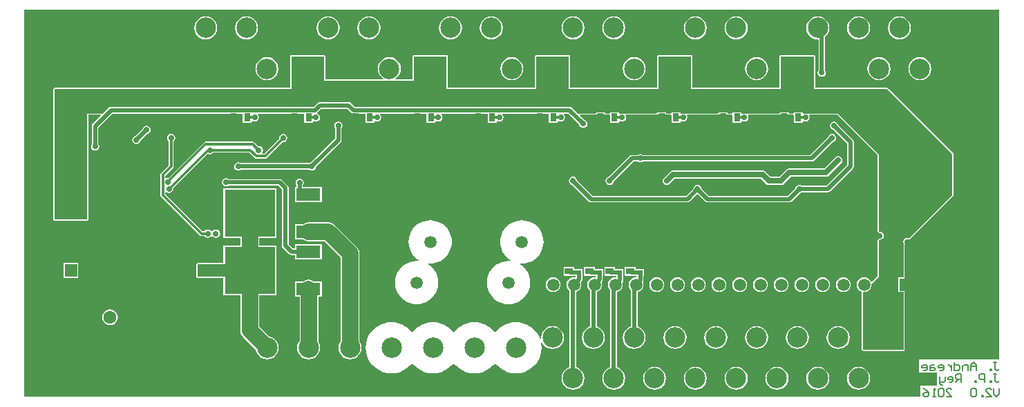
<source format=gbl>
%FSLAX44Y44*%
%MOMM*%
G71*
G01*
G75*
G04 Layer_Physical_Order=2*
G04 Layer_Color=16711680*
%ADD10R,0.6000X0.6000*%
%ADD11R,0.6300X0.8300*%
%ADD12R,5.5000X3.2000*%
%ADD13R,1.0000X1.5000*%
%ADD14R,3.0000X1.6000*%
%ADD15R,6.2000X5.8000*%
%ADD16R,2.7000X1.0000*%
%ADD17R,2.7000X3.3000*%
%ADD18O,2.1500X0.6000*%
%ADD19O,0.7000X2.5000*%
G04:AMPARAMS|DCode=20|XSize=0.6mm|YSize=1.3mm|CornerRadius=0.15mm|HoleSize=0mm|Usage=FLASHONLY|Rotation=180.000|XOffset=0mm|YOffset=0mm|HoleType=Round|Shape=RoundedRectangle|*
%AMROUNDEDRECTD20*
21,1,0.6000,1.0000,0,0,180.0*
21,1,0.3000,1.3000,0,0,180.0*
1,1,0.3000,-0.1500,0.5000*
1,1,0.3000,0.1500,0.5000*
1,1,0.3000,0.1500,-0.5000*
1,1,0.3000,-0.1500,-0.5000*
%
%ADD20ROUNDEDRECTD20*%
%ADD21R,0.6000X0.6000*%
%ADD22R,0.4500X0.6000*%
%ADD23O,1.7000X0.3000*%
%ADD24R,1.1000X0.6000*%
%ADD25R,1.0000X0.8000*%
%ADD26R,0.9000X0.6000*%
%ADD27R,0.6000X1.1000*%
%ADD28R,1.5000X2.1000*%
%ADD29R,0.8300X0.6300*%
%ADD30R,1.5000X1.0000*%
%ADD31R,3.0000X3.7500*%
%ADD32C,1.5000*%
%ADD33C,0.3000*%
%ADD34C,0.5000*%
%ADD35C,1.8000*%
%ADD36C,2.0000*%
%ADD37C,0.7500*%
%ADD38C,1.0000*%
%ADD39C,0.2600*%
%ADD40C,0.2500*%
%ADD41C,1.5000*%
%ADD42R,1.5000X1.5000*%
%ADD43C,2.5000*%
%ADD44C,6.0000*%
%ADD45C,1.6000*%
%ADD46C,0.7000*%
%ADD47R,0.8000X1.0000*%
%ADD48C,0.7000*%
%ADD49C,0.1700*%
G36*
X1197176Y48197D02*
X1099331D01*
Y31800D01*
X1120990D01*
Y15697D01*
X1100997D01*
Y2824D01*
X2824D01*
Y477176D01*
X1197176D01*
Y48197D01*
D02*
G37*
%LPC*%
G36*
X853900Y149078D02*
X851551Y148768D01*
X849361Y147861D01*
X847481Y146419D01*
X846039Y144539D01*
X845132Y142350D01*
X844822Y140000D01*
X845132Y137650D01*
X846039Y135461D01*
X847481Y133581D01*
X849361Y132139D01*
X851551Y131232D01*
X853900Y130922D01*
X856249Y131232D01*
X858439Y132139D01*
X860319Y133581D01*
X861761Y135461D01*
X862668Y137650D01*
X862978Y140000D01*
X862668Y142350D01*
X861761Y144539D01*
X860319Y146419D01*
X858439Y147861D01*
X856249Y148768D01*
X853900Y149078D01*
D02*
G37*
G36*
X879300D02*
X876951Y148768D01*
X874761Y147861D01*
X872881Y146419D01*
X871439Y144539D01*
X870532Y142350D01*
X870222Y140000D01*
X870532Y137650D01*
X871439Y135461D01*
X872881Y133581D01*
X874761Y132139D01*
X876951Y131232D01*
X879300Y130922D01*
X881649Y131232D01*
X883839Y132139D01*
X885719Y133581D01*
X887161Y135461D01*
X888068Y137650D01*
X888378Y140000D01*
X888068Y142350D01*
X887161Y144539D01*
X885719Y146419D01*
X883839Y147861D01*
X881649Y148768D01*
X879300Y149078D01*
D02*
G37*
G36*
X904700D02*
X902350Y148768D01*
X900161Y147861D01*
X898281Y146419D01*
X896839Y144539D01*
X895932Y142350D01*
X895622Y140000D01*
X895932Y137650D01*
X896839Y135461D01*
X898281Y133581D01*
X900161Y132139D01*
X902350Y131232D01*
X904700Y130922D01*
X907049Y131232D01*
X909239Y132139D01*
X911119Y133581D01*
X912561Y135461D01*
X913468Y137650D01*
X913778Y140000D01*
X913468Y142350D01*
X912561Y144539D01*
X911119Y146419D01*
X909239Y147861D01*
X907049Y148768D01*
X904700Y149078D01*
D02*
G37*
G36*
X828500D02*
X826151Y148768D01*
X823961Y147861D01*
X822081Y146419D01*
X820639Y144539D01*
X819732Y142350D01*
X819422Y140000D01*
X819732Y137650D01*
X820639Y135461D01*
X822081Y133581D01*
X823961Y132139D01*
X826151Y131232D01*
X828500Y130922D01*
X830850Y131232D01*
X833039Y132139D01*
X834919Y133581D01*
X836361Y135461D01*
X837268Y137650D01*
X837578Y140000D01*
X837268Y142350D01*
X836361Y144539D01*
X834919Y146419D01*
X833039Y147861D01*
X830850Y148768D01*
X828500Y149078D01*
D02*
G37*
G36*
X650700D02*
X648351Y148768D01*
X646161Y147861D01*
X644281Y146419D01*
X642839Y144539D01*
X641932Y142350D01*
X641622Y140000D01*
X641932Y137650D01*
X642839Y135461D01*
X644281Y133581D01*
X646161Y132139D01*
X648351Y131232D01*
X650700Y130922D01*
X653049Y131232D01*
X655239Y132139D01*
X657119Y133581D01*
X658561Y135461D01*
X659468Y137650D01*
X659778Y140000D01*
X659468Y142350D01*
X658561Y144539D01*
X657119Y146419D01*
X655239Y147861D01*
X653049Y148768D01*
X650700Y149078D01*
D02*
G37*
G36*
X777700D02*
X775350Y148768D01*
X773161Y147861D01*
X771281Y146419D01*
X769839Y144539D01*
X768932Y142350D01*
X768622Y140000D01*
X768932Y137650D01*
X769839Y135461D01*
X771281Y133581D01*
X773161Y132139D01*
X775350Y131232D01*
X777700Y130922D01*
X780050Y131232D01*
X782239Y132139D01*
X784119Y133581D01*
X785562Y135461D01*
X786468Y137650D01*
X786778Y140000D01*
X786468Y142350D01*
X785562Y144539D01*
X784119Y146419D01*
X782239Y147861D01*
X780050Y148768D01*
X777700Y149078D01*
D02*
G37*
G36*
X803100D02*
X800751Y148768D01*
X798561Y147861D01*
X796681Y146419D01*
X795238Y144539D01*
X794332Y142350D01*
X794022Y140000D01*
X794332Y137650D01*
X795238Y135461D01*
X796681Y133581D01*
X798561Y132139D01*
X800751Y131232D01*
X803100Y130922D01*
X805449Y131232D01*
X807639Y132139D01*
X809519Y133581D01*
X810961Y135461D01*
X811868Y137650D01*
X812178Y140000D01*
X811868Y142350D01*
X810961Y144539D01*
X809519Y146419D01*
X807639Y147861D01*
X805449Y148768D01*
X803100Y149078D01*
D02*
G37*
G36*
X930100D02*
X927750Y148768D01*
X925561Y147861D01*
X923681Y146419D01*
X922238Y144539D01*
X921332Y142350D01*
X921022Y140000D01*
X921332Y137650D01*
X922238Y135461D01*
X923681Y133581D01*
X925561Y132139D01*
X927750Y131232D01*
X930100Y130922D01*
X932449Y131232D01*
X934639Y132139D01*
X936519Y133581D01*
X937961Y135461D01*
X938868Y137650D01*
X939178Y140000D01*
X938868Y142350D01*
X937961Y144539D01*
X936519Y146419D01*
X934639Y147861D01*
X932449Y148768D01*
X930100Y149078D01*
D02*
G37*
G36*
X676500Y162000D02*
X663500D01*
Y151000D01*
X671106D01*
X671500Y150922D01*
X677972D01*
X678000Y150847D01*
Y150500D01*
X678000D01*
X678000Y149365D01*
X677467Y148898D01*
X676100Y149078D01*
X673751Y148768D01*
X671561Y147861D01*
X669681Y146419D01*
X668239Y144539D01*
X667332Y142350D01*
X667022Y140000D01*
X667332Y137650D01*
X668239Y135461D01*
X669681Y133581D01*
X670922Y132629D01*
Y38464D01*
X667940Y37229D01*
X665015Y34985D01*
X662771Y32060D01*
X661360Y28655D01*
X660879Y25000D01*
X661360Y21345D01*
X662771Y17940D01*
X665015Y15015D01*
X667940Y12771D01*
X671345Y11360D01*
X675000Y10879D01*
X678655Y11360D01*
X682060Y12771D01*
X684985Y15015D01*
X687229Y17940D01*
X688640Y21345D01*
X689121Y25000D01*
X688640Y28655D01*
X687229Y32060D01*
X684985Y34985D01*
X682060Y37229D01*
X679079Y38464D01*
Y131492D01*
X680639Y132139D01*
X682519Y133581D01*
X683961Y135461D01*
X684868Y137650D01*
X685178Y140000D01*
X684868Y142350D01*
X684678Y142810D01*
X685384Y143516D01*
X685384Y143516D01*
X685975Y144400D01*
X686268Y144839D01*
X686578Y146400D01*
X686578Y146400D01*
Y150500D01*
X687000D01*
Y159500D01*
X678000D01*
Y159078D01*
X676500D01*
Y162000D01*
D02*
G37*
G36*
X701500D02*
X688500D01*
Y151000D01*
X696106D01*
X696500Y150922D01*
X702912D01*
X703000Y150688D01*
Y150500D01*
X703000D01*
X703000Y149418D01*
X702467Y148950D01*
X701500Y149078D01*
X699150Y148768D01*
X696961Y147861D01*
X695081Y146419D01*
X693639Y144539D01*
X692732Y142350D01*
X692422Y140000D01*
X692732Y137650D01*
X693639Y135461D01*
X695081Y133581D01*
X695922Y132936D01*
Y88464D01*
X692940Y87229D01*
X690015Y84985D01*
X687771Y82060D01*
X686360Y78655D01*
X685879Y75000D01*
X686360Y71345D01*
X687771Y67940D01*
X690015Y65015D01*
X692940Y62771D01*
X696345Y61361D01*
X700000Y60879D01*
X703655Y61361D01*
X707060Y62771D01*
X709985Y65015D01*
X712229Y67940D01*
X713640Y71345D01*
X714121Y75000D01*
X713640Y78655D01*
X712229Y82060D01*
X709985Y84985D01*
X707060Y87229D01*
X704079Y88464D01*
Y131327D01*
X706039Y132139D01*
X707919Y133581D01*
X709361Y135461D01*
X710268Y137650D01*
X710578Y140000D01*
X710268Y142350D01*
X710078Y142810D01*
X710384Y143116D01*
X711268Y144439D01*
X711319Y144698D01*
X711578Y146000D01*
X711578Y146000D01*
Y150500D01*
X712000D01*
Y159500D01*
X703000D01*
Y159078D01*
X701500D01*
Y162000D01*
D02*
G37*
G36*
X726500D02*
X713500D01*
Y151000D01*
X721106D01*
X721500Y150922D01*
X727852D01*
X728000Y150528D01*
Y150500D01*
X728000D01*
X728000Y149471D01*
X727467Y149003D01*
X726900Y149078D01*
X724550Y148768D01*
X722361Y147861D01*
X720481Y146419D01*
X719038Y144539D01*
X718132Y142350D01*
X717822Y140000D01*
X718132Y137650D01*
X719038Y135461D01*
X720481Y133581D01*
X720922Y133243D01*
Y38464D01*
X717940Y37229D01*
X715015Y34985D01*
X712771Y32060D01*
X711360Y28655D01*
X710879Y25000D01*
X711360Y21345D01*
X712771Y17940D01*
X715015Y15015D01*
X717940Y12771D01*
X721345Y11360D01*
X725000Y10879D01*
X728655Y11360D01*
X732060Y12771D01*
X734985Y15015D01*
X737229Y17940D01*
X738640Y21345D01*
X739121Y25000D01*
X738640Y28655D01*
X737229Y32060D01*
X734985Y34985D01*
X732060Y37229D01*
X729079Y38464D01*
Y131209D01*
X729249Y131232D01*
X731439Y132139D01*
X733319Y133581D01*
X734761Y135461D01*
X735668Y137650D01*
X735978Y140000D01*
X735668Y142350D01*
X735466Y142839D01*
X736268Y144039D01*
X736319Y144298D01*
X736578Y145600D01*
X736578Y145600D01*
Y150500D01*
X737000D01*
Y159500D01*
X728000D01*
Y159078D01*
X726500D01*
Y162000D01*
D02*
G37*
G36*
X69000Y166500D02*
X51000D01*
Y148500D01*
X69000D01*
Y166500D01*
D02*
G37*
G36*
X955500Y149078D02*
X953150Y148768D01*
X950961Y147861D01*
X949081Y146419D01*
X947638Y144539D01*
X946732Y142350D01*
X946422Y140000D01*
X946732Y137650D01*
X947638Y135461D01*
X949081Y133581D01*
X950961Y132139D01*
X953150Y131232D01*
X955500Y130922D01*
X957850Y131232D01*
X960039Y132139D01*
X961919Y133581D01*
X963361Y135461D01*
X964268Y137650D01*
X964578Y140000D01*
X964268Y142350D01*
X963361Y144539D01*
X961919Y146419D01*
X960039Y147861D01*
X957850Y148768D01*
X955500Y149078D01*
D02*
G37*
G36*
X980900D02*
X978550Y148768D01*
X976361Y147861D01*
X974481Y146419D01*
X973038Y144539D01*
X972132Y142350D01*
X971822Y140000D01*
X972132Y137650D01*
X973038Y135461D01*
X974481Y133581D01*
X976361Y132139D01*
X978550Y131232D01*
X980900Y130922D01*
X983250Y131232D01*
X985439Y132139D01*
X987319Y133581D01*
X988761Y135461D01*
X989668Y137650D01*
X989978Y140000D01*
X989668Y142350D01*
X988761Y144539D01*
X987319Y146419D01*
X985439Y147861D01*
X983250Y148768D01*
X980900Y149078D01*
D02*
G37*
G36*
X1006300D02*
X1003951Y148768D01*
X1001761Y147861D01*
X999881Y146419D01*
X998438Y144539D01*
X997532Y142350D01*
X997222Y140000D01*
X997532Y137650D01*
X998438Y135461D01*
X999881Y133581D01*
X1001761Y132139D01*
X1003951Y131232D01*
X1006300Y130922D01*
X1008650Y131232D01*
X1010839Y132139D01*
X1012719Y133581D01*
X1014161Y135461D01*
X1015068Y137650D01*
X1015378Y140000D01*
X1015068Y142350D01*
X1014161Y144539D01*
X1012719Y146419D01*
X1010839Y147861D01*
X1008650Y148768D01*
X1006300Y149078D01*
D02*
G37*
G36*
X107900Y109582D02*
X105420Y109256D01*
X103109Y108298D01*
X101124Y106776D01*
X99602Y104791D01*
X98645Y102480D01*
X98318Y100000D01*
X98645Y97520D01*
X99602Y95209D01*
X101124Y93225D01*
X103109Y91702D01*
X105420Y90744D01*
X107900Y90418D01*
X110380Y90744D01*
X112691Y91702D01*
X114675Y93225D01*
X116198Y95209D01*
X117155Y97520D01*
X117482Y100000D01*
X117155Y102480D01*
X116198Y104791D01*
X114675Y106776D01*
X112691Y108298D01*
X110380Y109256D01*
X107900Y109582D01*
D02*
G37*
G36*
X975000Y39121D02*
X971345Y38640D01*
X967940Y37229D01*
X965015Y34985D01*
X962771Y32060D01*
X961360Y28655D01*
X960879Y25000D01*
X961360Y21345D01*
X962771Y17940D01*
X965015Y15015D01*
X967940Y12771D01*
X971345Y11360D01*
X975000Y10879D01*
X978655Y11360D01*
X982060Y12771D01*
X984985Y15015D01*
X987229Y17940D01*
X988640Y21345D01*
X989121Y25000D01*
X988640Y28655D01*
X987229Y32060D01*
X984985Y34985D01*
X982060Y37229D01*
X978655Y38640D01*
X975000Y39121D01*
D02*
G37*
G36*
X1025000D02*
X1021345Y38640D01*
X1017940Y37229D01*
X1015015Y34985D01*
X1012771Y32060D01*
X1011360Y28655D01*
X1010879Y25000D01*
X1011360Y21345D01*
X1012771Y17940D01*
X1015015Y15015D01*
X1017940Y12771D01*
X1021345Y11360D01*
X1025000Y10879D01*
X1028655Y11360D01*
X1032060Y12771D01*
X1034985Y15015D01*
X1037229Y17940D01*
X1038640Y21345D01*
X1039121Y25000D01*
X1038640Y28655D01*
X1037229Y32060D01*
X1034985Y34985D01*
X1032060Y37229D01*
X1028655Y38640D01*
X1025000Y39121D01*
D02*
G37*
G36*
X311600Y258000D02*
X246600D01*
Y197000D01*
X267501D01*
Y188000D01*
X246600D01*
Y166624D01*
X215000D01*
X213852Y166148D01*
X213377Y165000D01*
Y150000D01*
X213852Y148852D01*
X215000Y148377D01*
X246600D01*
Y127000D01*
X267501D01*
Y83600D01*
X267501Y83600D01*
X267712Y81993D01*
X267896Y80598D01*
X268575Y78959D01*
X269055Y77800D01*
X270898Y75398D01*
X286425Y59871D01*
X286560Y58845D01*
X287971Y55440D01*
X290215Y52515D01*
X293140Y50271D01*
X296545Y48861D01*
X300200Y48379D01*
X303855Y48861D01*
X307261Y50271D01*
X310185Y52515D01*
X312429Y55440D01*
X313840Y58845D01*
X314321Y62500D01*
X313840Y66155D01*
X312429Y69560D01*
X310185Y72485D01*
X307261Y74729D01*
X303855Y76140D01*
X302829Y76275D01*
X290699Y88405D01*
Y127000D01*
X311600D01*
Y188000D01*
X290699D01*
Y197000D01*
X311600D01*
Y258000D01*
D02*
G37*
G36*
X925000Y39121D02*
X921345Y38640D01*
X917940Y37229D01*
X915015Y34985D01*
X912771Y32060D01*
X911360Y28655D01*
X910879Y25000D01*
X911360Y21345D01*
X912771Y17940D01*
X915015Y15015D01*
X917940Y12771D01*
X921345Y11360D01*
X925000Y10879D01*
X928655Y11360D01*
X932060Y12771D01*
X934985Y15015D01*
X937229Y17940D01*
X938640Y21345D01*
X939121Y25000D01*
X938640Y28655D01*
X937229Y32060D01*
X934985Y34985D01*
X932060Y37229D01*
X928655Y38640D01*
X925000Y39121D01*
D02*
G37*
G36*
X775000D02*
X771345Y38640D01*
X767940Y37229D01*
X765015Y34985D01*
X762771Y32060D01*
X761360Y28655D01*
X760879Y25000D01*
X761360Y21345D01*
X762771Y17940D01*
X765015Y15015D01*
X767940Y12771D01*
X771345Y11360D01*
X775000Y10879D01*
X778655Y11360D01*
X782060Y12771D01*
X784985Y15015D01*
X787229Y17940D01*
X788640Y21345D01*
X789121Y25000D01*
X788640Y28655D01*
X787229Y32060D01*
X784985Y34985D01*
X782060Y37229D01*
X778655Y38640D01*
X775000Y39121D01*
D02*
G37*
G36*
X825000D02*
X821345Y38640D01*
X817940Y37229D01*
X815015Y34985D01*
X812771Y32060D01*
X811360Y28655D01*
X810879Y25000D01*
X811360Y21345D01*
X812771Y17940D01*
X815015Y15015D01*
X817940Y12771D01*
X821345Y11360D01*
X825000Y10879D01*
X828655Y11360D01*
X832060Y12771D01*
X834985Y15015D01*
X837229Y17940D01*
X838640Y21345D01*
X839121Y25000D01*
X838640Y28655D01*
X837229Y32060D01*
X834985Y34985D01*
X832060Y37229D01*
X828655Y38640D01*
X825000Y39121D01*
D02*
G37*
G36*
X875000D02*
X871345Y38640D01*
X867940Y37229D01*
X865015Y34985D01*
X862771Y32060D01*
X861360Y28655D01*
X860879Y25000D01*
X861360Y21345D01*
X862771Y17940D01*
X865015Y15015D01*
X867940Y12771D01*
X871345Y11360D01*
X875000Y10879D01*
X878655Y11360D01*
X882060Y12771D01*
X884985Y15015D01*
X887229Y17940D01*
X888640Y21345D01*
X889121Y25000D01*
X888640Y28655D01*
X887229Y32060D01*
X884985Y34985D01*
X882060Y37229D01*
X878655Y38640D01*
X875000Y39121D01*
D02*
G37*
G36*
X350900Y146239D02*
X347898Y145844D01*
X345101Y144685D01*
X344390Y144140D01*
X334400D01*
Y125140D01*
X340001D01*
Y71163D01*
X338771Y69560D01*
X337360Y66155D01*
X336879Y62500D01*
X337360Y58845D01*
X338771Y55440D01*
X341015Y52515D01*
X343940Y50271D01*
X347345Y48861D01*
X351000Y48379D01*
X354655Y48861D01*
X358060Y50271D01*
X360985Y52515D01*
X363229Y55440D01*
X364640Y58845D01*
X365121Y62500D01*
X364640Y66155D01*
X363229Y69560D01*
X363199Y69599D01*
Y125140D01*
X367400D01*
Y144140D01*
X357410D01*
X356700Y144685D01*
X353902Y145844D01*
X350900Y146239D01*
D02*
G37*
G36*
X950000Y89121D02*
X946345Y88640D01*
X942940Y87229D01*
X940015Y84985D01*
X937771Y82060D01*
X936360Y78655D01*
X935879Y75000D01*
X936360Y71345D01*
X937771Y67940D01*
X940015Y65015D01*
X942940Y62771D01*
X946345Y61361D01*
X950000Y60879D01*
X953655Y61361D01*
X957060Y62771D01*
X959985Y65015D01*
X962229Y67940D01*
X963640Y71345D01*
X964121Y75000D01*
X963640Y78655D01*
X962229Y82060D01*
X959985Y84985D01*
X957060Y87229D01*
X953655Y88640D01*
X950000Y89121D01*
D02*
G37*
G36*
X1000000D02*
X996345Y88640D01*
X992940Y87229D01*
X990015Y84985D01*
X987771Y82060D01*
X986360Y78655D01*
X985879Y75000D01*
X986360Y71345D01*
X987771Y67940D01*
X990015Y65015D01*
X992940Y62771D01*
X996345Y61361D01*
X1000000Y60879D01*
X1003655Y61361D01*
X1007060Y62771D01*
X1009985Y65015D01*
X1012229Y67940D01*
X1013640Y71345D01*
X1014121Y75000D01*
X1013640Y78655D01*
X1012229Y82060D01*
X1009985Y84985D01*
X1007060Y87229D01*
X1003655Y88640D01*
X1000000Y89121D01*
D02*
G37*
G36*
X605000Y94097D02*
X600057Y93708D01*
X595236Y92551D01*
X590655Y90654D01*
X586428Y88063D01*
X582657Y84843D01*
X580235Y82007D01*
X578965D01*
X576543Y84843D01*
X572773Y88063D01*
X568545Y90654D01*
X563964Y92551D01*
X559143Y93708D01*
X554200Y94097D01*
X549257Y93708D01*
X544436Y92551D01*
X539855Y90654D01*
X535628Y88063D01*
X531857Y84843D01*
X529435Y82007D01*
X528165D01*
X525743Y84843D01*
X521973Y88063D01*
X517745Y90654D01*
X513164Y92551D01*
X508343Y93708D01*
X503400Y94097D01*
X498457Y93708D01*
X493636Y92551D01*
X489055Y90654D01*
X484828Y88063D01*
X481057Y84843D01*
X478635Y82007D01*
X477365D01*
X474943Y84843D01*
X471173Y88063D01*
X466945Y90654D01*
X462364Y92551D01*
X457543Y93708D01*
X452600Y94097D01*
X447657Y93708D01*
X442836Y92551D01*
X438255Y90654D01*
X434028Y88063D01*
X430257Y84843D01*
X427037Y81073D01*
X424447Y76845D01*
X422549Y72264D01*
X421392Y67443D01*
X421003Y62500D01*
X421392Y57557D01*
X422549Y52736D01*
X424447Y48155D01*
X427037Y43928D01*
X430257Y40157D01*
X434028Y36937D01*
X438255Y34347D01*
X442836Y32449D01*
X447657Y31292D01*
X452600Y30903D01*
X457543Y31292D01*
X462364Y32449D01*
X466945Y34347D01*
X471173Y36937D01*
X474943Y40157D01*
X477365Y42993D01*
X478635D01*
X481057Y40157D01*
X484828Y36937D01*
X489055Y34347D01*
X493636Y32449D01*
X498457Y31292D01*
X503400Y30903D01*
X508343Y31292D01*
X513164Y32449D01*
X517745Y34347D01*
X521973Y36937D01*
X525743Y40157D01*
X528165Y42993D01*
X529435D01*
X531857Y40157D01*
X535628Y36937D01*
X539855Y34347D01*
X544436Y32449D01*
X549257Y31292D01*
X554200Y30903D01*
X559143Y31292D01*
X563964Y32449D01*
X568545Y34347D01*
X572773Y36937D01*
X576543Y40157D01*
X578965Y42993D01*
X580235D01*
X582657Y40157D01*
X586428Y36937D01*
X590655Y34347D01*
X595236Y32449D01*
X600057Y31292D01*
X605000Y30903D01*
X609943Y31292D01*
X614764Y32449D01*
X619345Y34347D01*
X623573Y36937D01*
X627343Y40157D01*
X630563Y43928D01*
X633154Y48155D01*
X635051Y52736D01*
X636208Y57557D01*
X636598Y62500D01*
X636208Y67443D01*
X635660Y69728D01*
X636868Y70121D01*
X637771Y67940D01*
X640015Y65015D01*
X642940Y62771D01*
X646345Y61361D01*
X650000Y60879D01*
X653655Y61361D01*
X657060Y62771D01*
X659985Y65015D01*
X662229Y67940D01*
X663640Y71345D01*
X664121Y75000D01*
X663640Y78655D01*
X662229Y82060D01*
X659985Y84985D01*
X657060Y87229D01*
X653655Y88640D01*
X650000Y89121D01*
X646345Y88640D01*
X642940Y87229D01*
X640015Y84985D01*
X637771Y82060D01*
X636361Y78655D01*
X635879Y75000D01*
X636158Y72882D01*
X634931Y72553D01*
X633154Y76845D01*
X630563Y81073D01*
X627343Y84843D01*
X623573Y88063D01*
X619345Y90654D01*
X614764Y92551D01*
X609943Y93708D01*
X605000Y94097D01*
D02*
G37*
G36*
X900000Y89121D02*
X896345Y88640D01*
X892940Y87229D01*
X890015Y84985D01*
X887771Y82060D01*
X886360Y78655D01*
X885879Y75000D01*
X886360Y71345D01*
X887771Y67940D01*
X890015Y65015D01*
X892940Y62771D01*
X896345Y61361D01*
X900000Y60879D01*
X903655Y61361D01*
X907060Y62771D01*
X909985Y65015D01*
X912229Y67940D01*
X913640Y71345D01*
X914121Y75000D01*
X913640Y78655D01*
X912229Y82060D01*
X909985Y84985D01*
X907060Y87229D01*
X903655Y88640D01*
X900000Y89121D01*
D02*
G37*
G36*
X375360Y216239D02*
X375360Y216239D01*
X350900D01*
X347898Y215844D01*
X345100Y214685D01*
X344390Y214140D01*
X334400D01*
Y195140D01*
X344390D01*
X345100Y194595D01*
X347898Y193436D01*
X350900Y193041D01*
X370555D01*
X390201Y173395D01*
Y70381D01*
X389571Y69560D01*
X388161Y66155D01*
X387679Y62500D01*
X388161Y58845D01*
X389571Y55440D01*
X391815Y52515D01*
X394740Y50271D01*
X398145Y48861D01*
X401800Y48379D01*
X405455Y48861D01*
X408861Y50271D01*
X411785Y52515D01*
X414029Y55440D01*
X415440Y58845D01*
X415921Y62500D01*
X415440Y66155D01*
X414029Y69560D01*
X413399Y70381D01*
Y178200D01*
X413399Y178200D01*
X413004Y181202D01*
X411845Y184000D01*
X410002Y186402D01*
X410002Y186402D01*
X383562Y212842D01*
X381160Y214685D01*
X378362Y215844D01*
X375360Y216239D01*
D02*
G37*
G36*
X800000Y89121D02*
X796345Y88640D01*
X792940Y87229D01*
X790015Y84985D01*
X787771Y82060D01*
X786360Y78655D01*
X785879Y75000D01*
X786360Y71345D01*
X787771Y67940D01*
X790015Y65015D01*
X792940Y62771D01*
X796345Y61361D01*
X800000Y60879D01*
X803655Y61361D01*
X807060Y62771D01*
X809985Y65015D01*
X812229Y67940D01*
X813640Y71345D01*
X814121Y75000D01*
X813640Y78655D01*
X812229Y82060D01*
X809985Y84985D01*
X807060Y87229D01*
X803655Y88640D01*
X800000Y89121D01*
D02*
G37*
G36*
X850000D02*
X846345Y88640D01*
X842940Y87229D01*
X840015Y84985D01*
X837771Y82060D01*
X836360Y78655D01*
X835879Y75000D01*
X836360Y71345D01*
X837771Y67940D01*
X840015Y65015D01*
X842940Y62771D01*
X846345Y61361D01*
X850000Y60879D01*
X853655Y61361D01*
X857060Y62771D01*
X859985Y65015D01*
X862229Y67940D01*
X863640Y71345D01*
X864121Y75000D01*
X863640Y78655D01*
X862229Y82060D01*
X859985Y84985D01*
X857060Y87229D01*
X853655Y88640D01*
X850000Y89121D01*
D02*
G37*
G36*
X751500Y162000D02*
X738500D01*
Y151000D01*
X746106D01*
X746500Y150922D01*
X752792D01*
X753000Y150369D01*
X753000Y149523D01*
X752467Y149056D01*
X752300Y149078D01*
X749950Y148768D01*
X747761Y147861D01*
X745881Y146419D01*
X744438Y144539D01*
X743532Y142350D01*
X743222Y140000D01*
X743532Y137650D01*
X744438Y135461D01*
X745881Y133581D01*
X745922Y133550D01*
Y88464D01*
X742940Y87229D01*
X740015Y84985D01*
X737771Y82060D01*
X736360Y78655D01*
X735879Y75000D01*
X736360Y71345D01*
X737771Y67940D01*
X740015Y65015D01*
X742940Y62771D01*
X746345Y61361D01*
X750000Y60879D01*
X753655Y61361D01*
X757060Y62771D01*
X759985Y65015D01*
X762229Y67940D01*
X763640Y71345D01*
X764121Y75000D01*
X763640Y78655D01*
X762229Y82060D01*
X759985Y84985D01*
X757060Y87229D01*
X754079Y88464D01*
Y131157D01*
X754650Y131232D01*
X756839Y132139D01*
X758719Y133581D01*
X760161Y135461D01*
X761068Y137650D01*
X761378Y140000D01*
X761068Y142350D01*
X760815Y142961D01*
X761268Y143639D01*
X761319Y143898D01*
X761578Y145200D01*
X761578Y145200D01*
Y150500D01*
X762000D01*
Y159500D01*
X753000D01*
Y159078D01*
X751500D01*
Y162000D01*
D02*
G37*
G36*
X275000Y469121D02*
X271345Y468640D01*
X267940Y467229D01*
X265015Y464985D01*
X262771Y462061D01*
X261360Y458655D01*
X260879Y455000D01*
X261360Y451345D01*
X262771Y447940D01*
X265015Y445015D01*
X267940Y442771D01*
X271345Y441361D01*
X275000Y440879D01*
X278655Y441361D01*
X282061Y442771D01*
X284985Y445015D01*
X287229Y447940D01*
X288640Y451345D01*
X289121Y455000D01*
X288640Y458655D01*
X287229Y462061D01*
X284985Y464985D01*
X282061Y467229D01*
X278655Y468640D01*
X275000Y469121D01*
D02*
G37*
G36*
X225000D02*
X221345Y468640D01*
X217940Y467229D01*
X215015Y464985D01*
X212771Y462061D01*
X211360Y458655D01*
X210879Y455000D01*
X211360Y451345D01*
X212771Y447940D01*
X215015Y445015D01*
X217940Y442771D01*
X221345Y441361D01*
X225000Y440879D01*
X228655Y441361D01*
X232061Y442771D01*
X234985Y445015D01*
X237229Y447940D01*
X238640Y451345D01*
X239121Y455000D01*
X238640Y458655D01*
X237229Y462061D01*
X234985Y464985D01*
X232061Y467229D01*
X228655Y468640D01*
X225000Y469121D01*
D02*
G37*
G36*
X425000D02*
X421345Y468640D01*
X417940Y467229D01*
X415015Y464985D01*
X412771Y462061D01*
X411361Y458655D01*
X410879Y455000D01*
X411361Y451345D01*
X412771Y447940D01*
X415015Y445015D01*
X417940Y442771D01*
X421345Y441361D01*
X425000Y440879D01*
X428655Y441361D01*
X432061Y442771D01*
X434985Y445015D01*
X437229Y447940D01*
X438640Y451345D01*
X439121Y455000D01*
X438640Y458655D01*
X437229Y462061D01*
X434985Y464985D01*
X432061Y467229D01*
X428655Y468640D01*
X425000Y469121D01*
D02*
G37*
G36*
X375000D02*
X371345Y468640D01*
X367940Y467229D01*
X365015Y464985D01*
X362771Y462061D01*
X361361Y458655D01*
X360879Y455000D01*
X361361Y451345D01*
X362771Y447940D01*
X365015Y445015D01*
X367940Y442771D01*
X371345Y441361D01*
X375000Y440879D01*
X378655Y441361D01*
X382061Y442771D01*
X384985Y445015D01*
X387229Y447940D01*
X388640Y451345D01*
X389121Y455000D01*
X388640Y458655D01*
X387229Y462061D01*
X384985Y464985D01*
X382061Y467229D01*
X378655Y468640D01*
X375000Y469121D01*
D02*
G37*
G36*
X1050000Y419121D02*
X1046345Y418640D01*
X1042940Y417229D01*
X1040015Y414985D01*
X1037771Y412061D01*
X1036360Y408655D01*
X1035879Y405000D01*
X1036360Y401345D01*
X1037771Y397940D01*
X1040015Y395015D01*
X1042940Y392771D01*
X1046345Y391361D01*
X1050000Y390879D01*
X1053655Y391361D01*
X1057060Y392771D01*
X1059985Y395015D01*
X1062229Y397940D01*
X1063640Y401345D01*
X1064121Y405000D01*
X1063640Y408655D01*
X1062229Y412061D01*
X1059985Y414985D01*
X1057060Y417229D01*
X1053655Y418640D01*
X1050000Y419121D01*
D02*
G37*
G36*
X900000D02*
X896346Y418640D01*
X892940Y417229D01*
X890015Y414985D01*
X887771Y412061D01*
X886360Y408655D01*
X885879Y405000D01*
X886360Y401345D01*
X887771Y397940D01*
X890015Y395015D01*
X892940Y392771D01*
X896346Y391361D01*
X900000Y390879D01*
X903655Y391361D01*
X907061Y392771D01*
X909985Y395015D01*
X912229Y397940D01*
X913640Y401345D01*
X914121Y405000D01*
X913640Y408655D01*
X912229Y412061D01*
X909985Y414985D01*
X907061Y417229D01*
X903655Y418640D01*
X900000Y419121D01*
D02*
G37*
G36*
X975000Y469121D02*
X971345Y468640D01*
X967940Y467229D01*
X965015Y464985D01*
X962771Y462061D01*
X961360Y458655D01*
X960879Y455000D01*
X961360Y451345D01*
X962771Y447940D01*
X965015Y445015D01*
X967940Y442771D01*
X971345Y441361D01*
X975000Y440879D01*
X975922Y440071D01*
Y402896D01*
X975290Y401951D01*
X974902Y400000D01*
X975290Y398049D01*
X976395Y396395D01*
X978049Y395290D01*
X980000Y394902D01*
X981951Y395290D01*
X983605Y396395D01*
X984710Y398049D01*
X985098Y400000D01*
X984710Y401951D01*
X984079Y402896D01*
Y444319D01*
X984985Y445015D01*
X987229Y447940D01*
X988640Y451345D01*
X989121Y455000D01*
X988640Y458655D01*
X987229Y462061D01*
X984985Y464985D01*
X982060Y467229D01*
X978655Y468640D01*
X975000Y469121D01*
D02*
G37*
G36*
X1100000Y419121D02*
X1096345Y418640D01*
X1092940Y417229D01*
X1090015Y414985D01*
X1087771Y412061D01*
X1086360Y408655D01*
X1085879Y405000D01*
X1086360Y401345D01*
X1087771Y397940D01*
X1090015Y395015D01*
X1092940Y392771D01*
X1096345Y391361D01*
X1100000Y390879D01*
X1103655Y391361D01*
X1107060Y392771D01*
X1109985Y395015D01*
X1112229Y397940D01*
X1113640Y401345D01*
X1114121Y405000D01*
X1113640Y408655D01*
X1112229Y412061D01*
X1109985Y414985D01*
X1107060Y417229D01*
X1103655Y418640D01*
X1100000Y419121D01*
D02*
G37*
G36*
X875000Y469121D02*
X871345Y468640D01*
X867940Y467229D01*
X865015Y464985D01*
X862771Y462061D01*
X861360Y458655D01*
X860879Y455000D01*
X861360Y451345D01*
X862771Y447940D01*
X865015Y445015D01*
X867940Y442771D01*
X871345Y441361D01*
X875000Y440879D01*
X878655Y441361D01*
X882060Y442771D01*
X884985Y445015D01*
X887229Y447940D01*
X888640Y451345D01*
X889121Y455000D01*
X888640Y458655D01*
X887229Y462061D01*
X884985Y464985D01*
X882060Y467229D01*
X878655Y468640D01*
X875000Y469121D01*
D02*
G37*
G36*
X825000D02*
X821345Y468640D01*
X817940Y467229D01*
X815015Y464985D01*
X812771Y462061D01*
X811360Y458655D01*
X810879Y455000D01*
X811360Y451345D01*
X812771Y447940D01*
X815015Y445015D01*
X817940Y442771D01*
X821345Y441361D01*
X825000Y440879D01*
X828655Y441361D01*
X832060Y442771D01*
X834985Y445015D01*
X837229Y447940D01*
X838640Y451345D01*
X839121Y455000D01*
X838640Y458655D01*
X837229Y462061D01*
X834985Y464985D01*
X832060Y467229D01*
X828655Y468640D01*
X825000Y469121D01*
D02*
G37*
G36*
X1075000D02*
X1071345Y468640D01*
X1067940Y467229D01*
X1065015Y464985D01*
X1062771Y462061D01*
X1061360Y458655D01*
X1060879Y455000D01*
X1061360Y451345D01*
X1062771Y447940D01*
X1065015Y445015D01*
X1067940Y442771D01*
X1071345Y441361D01*
X1075000Y440879D01*
X1078655Y441361D01*
X1082060Y442771D01*
X1084985Y445015D01*
X1087229Y447940D01*
X1088640Y451345D01*
X1089121Y455000D01*
X1088640Y458655D01*
X1087229Y462061D01*
X1084985Y464985D01*
X1082060Y467229D01*
X1078655Y468640D01*
X1075000Y469121D01*
D02*
G37*
G36*
X1025000D02*
X1021345Y468640D01*
X1017940Y467229D01*
X1015015Y464985D01*
X1012771Y462061D01*
X1011360Y458655D01*
X1010879Y455000D01*
X1011360Y451345D01*
X1012771Y447940D01*
X1015015Y445015D01*
X1017940Y442771D01*
X1021345Y441361D01*
X1025000Y440879D01*
X1028655Y441361D01*
X1032060Y442771D01*
X1034985Y445015D01*
X1037229Y447940D01*
X1038640Y451345D01*
X1039121Y455000D01*
X1038640Y458655D01*
X1037229Y462061D01*
X1034985Y464985D01*
X1032060Y467229D01*
X1028655Y468640D01*
X1025000Y469121D01*
D02*
G37*
G36*
X575000D02*
X571345Y468640D01*
X567940Y467229D01*
X565015Y464985D01*
X562771Y462061D01*
X561361Y458655D01*
X560879Y455000D01*
X561361Y451345D01*
X562771Y447940D01*
X565015Y445015D01*
X567940Y442771D01*
X571345Y441361D01*
X575000Y440879D01*
X578655Y441361D01*
X582061Y442771D01*
X584985Y445015D01*
X587229Y447940D01*
X588640Y451345D01*
X589121Y455000D01*
X588640Y458655D01*
X587229Y462061D01*
X584985Y464985D01*
X582061Y467229D01*
X578655Y468640D01*
X575000Y469121D01*
D02*
G37*
G36*
X525000D02*
X521345Y468640D01*
X517940Y467229D01*
X515015Y464985D01*
X512771Y462061D01*
X511361Y458655D01*
X510879Y455000D01*
X511361Y451345D01*
X512771Y447940D01*
X515015Y445015D01*
X517940Y442771D01*
X521345Y441361D01*
X525000Y440879D01*
X528655Y441361D01*
X532061Y442771D01*
X534985Y445015D01*
X537229Y447940D01*
X538640Y451345D01*
X539121Y455000D01*
X538640Y458655D01*
X537229Y462061D01*
X534985Y464985D01*
X532061Y467229D01*
X528655Y468640D01*
X525000Y469121D01*
D02*
G37*
G36*
X725000D02*
X721345Y468640D01*
X717940Y467229D01*
X715015Y464985D01*
X712771Y462061D01*
X711360Y458655D01*
X710879Y455000D01*
X711360Y451345D01*
X712771Y447940D01*
X715015Y445015D01*
X717940Y442771D01*
X721345Y441361D01*
X725000Y440879D01*
X728655Y441361D01*
X732060Y442771D01*
X734985Y445015D01*
X737229Y447940D01*
X738640Y451345D01*
X739121Y455000D01*
X738640Y458655D01*
X737229Y462061D01*
X734985Y464985D01*
X732060Y467229D01*
X728655Y468640D01*
X725000Y469121D01*
D02*
G37*
G36*
X675000D02*
X671345Y468640D01*
X667940Y467229D01*
X665015Y464985D01*
X662771Y462061D01*
X661360Y458655D01*
X660879Y455000D01*
X661360Y451345D01*
X662771Y447940D01*
X665015Y445015D01*
X667940Y442771D01*
X671345Y441361D01*
X675000Y440879D01*
X678655Y441361D01*
X682060Y442771D01*
X684985Y445015D01*
X687229Y447940D01*
X688640Y451345D01*
X689121Y455000D01*
X688640Y458655D01*
X687229Y462061D01*
X684985Y464985D01*
X682060Y467229D01*
X678655Y468640D01*
X675000Y469121D01*
D02*
G37*
G36*
X995000Y340098D02*
X993049Y339710D01*
X991395Y338605D01*
X990290Y336951D01*
X989902Y335000D01*
X990290Y333049D01*
X991395Y331395D01*
X993049Y330290D01*
X994164Y330068D01*
X1010922Y313311D01*
Y286689D01*
X985811Y261579D01*
X955396D01*
X954451Y262210D01*
X952500Y262598D01*
X950549Y262210D01*
X948895Y261105D01*
X947790Y259451D01*
X947569Y258336D01*
X938311Y249079D01*
X841689D01*
X832432Y258336D01*
X832210Y259451D01*
X831105Y261105D01*
X829451Y262210D01*
X827500Y262598D01*
X825549Y262210D01*
X823895Y261105D01*
X822790Y259451D01*
X822569Y258336D01*
X813311Y249079D01*
X699189D01*
X679932Y268336D01*
X679710Y269451D01*
X678605Y271105D01*
X676951Y272210D01*
X675000Y272598D01*
X673049Y272210D01*
X671395Y271105D01*
X670290Y269451D01*
X669902Y267500D01*
X670290Y265549D01*
X671395Y263895D01*
X673049Y262790D01*
X674164Y262568D01*
X694616Y242116D01*
X694616Y242116D01*
X695500Y241526D01*
X695939Y241232D01*
X697500Y240922D01*
X697500Y240922D01*
X815000D01*
X815000Y240922D01*
X816302Y241181D01*
X816561Y241232D01*
X817884Y242116D01*
X826865Y251097D01*
X828135D01*
X837116Y242116D01*
X837116Y242116D01*
X838439Y241232D01*
X840000Y240922D01*
X940000D01*
X940000Y240922D01*
X941302Y241181D01*
X941561Y241232D01*
X942884Y242116D01*
X953336Y252568D01*
X954451Y252790D01*
X955396Y253422D01*
X987500D01*
X987500Y253422D01*
X988802Y253681D01*
X989061Y253732D01*
X990384Y254616D01*
X1017884Y282116D01*
X1017884Y282116D01*
X1018768Y283439D01*
X1019079Y285000D01*
Y315000D01*
X1018768Y316561D01*
X1017884Y317884D01*
X1017884Y317884D01*
X999932Y335836D01*
X999710Y336951D01*
X998605Y338605D01*
X996951Y339710D01*
X995000Y340098D01*
D02*
G37*
G36*
X1000000Y297598D02*
X998049Y297210D01*
X996395Y296105D01*
X982888Y282598D01*
X940000D01*
X938049Y282210D01*
X936395Y281105D01*
X927888Y272598D01*
X917112D01*
X911105Y278605D01*
X909451Y279710D01*
X907500Y280098D01*
X797500D01*
X795549Y279710D01*
X793895Y278605D01*
X786395Y271105D01*
X785290Y269451D01*
X784902Y267500D01*
X785290Y265549D01*
X786395Y263895D01*
X788049Y262790D01*
X790000Y262402D01*
X791951Y262790D01*
X793605Y263895D01*
X799612Y269902D01*
X905388D01*
X911395Y263895D01*
X913049Y262790D01*
X915000Y262402D01*
X930000D01*
X931951Y262790D01*
X933605Y263895D01*
X942112Y272402D01*
X985000D01*
X986951Y272790D01*
X988605Y273895D01*
X1003605Y288895D01*
X1004710Y290549D01*
X1005098Y292500D01*
X1004710Y294451D01*
X1003605Y296105D01*
X1001951Y297210D01*
X1000000Y297598D01*
D02*
G37*
G36*
X387500Y340098D02*
X385549Y339710D01*
X383895Y338605D01*
X382790Y336951D01*
X382402Y335000D01*
X382790Y333049D01*
X383422Y332104D01*
Y319189D01*
X354164Y289932D01*
X353049Y289710D01*
X352104Y289079D01*
X267896D01*
X266951Y289710D01*
X265000Y290098D01*
X263049Y289710D01*
X261395Y288605D01*
X260290Y286951D01*
X259902Y285000D01*
X260290Y283049D01*
X261395Y281395D01*
X263049Y280290D01*
X265000Y279902D01*
X266951Y280290D01*
X267896Y280922D01*
X352104D01*
X353049Y280290D01*
X355000Y279902D01*
X356951Y280290D01*
X358605Y281395D01*
X359710Y283049D01*
X359932Y284164D01*
X390384Y314616D01*
X390384Y314616D01*
X391268Y315939D01*
X391320Y316198D01*
X391578Y317500D01*
X391578Y317500D01*
Y332104D01*
X392210Y333049D01*
X392598Y335000D01*
X392210Y336951D01*
X391105Y338605D01*
X389451Y339710D01*
X387500Y340098D01*
D02*
G37*
G36*
X340000Y270098D02*
X338049Y269710D01*
X336395Y268605D01*
X335290Y266951D01*
X334902Y265000D01*
X335290Y263049D01*
X335922Y262104D01*
Y259860D01*
X334400D01*
Y240860D01*
X367400D01*
Y259860D01*
X344078D01*
Y262104D01*
X344710Y263049D01*
X345098Y265000D01*
X344710Y266951D01*
X343605Y268605D01*
X341951Y269710D01*
X340000Y270098D01*
D02*
G37*
G36*
X500000Y219082D02*
X495842Y218755D01*
X491786Y217781D01*
X487932Y216185D01*
X484376Y214005D01*
X481204Y211296D01*
X478495Y208125D01*
X476315Y204568D01*
X474719Y200714D01*
X473745Y196658D01*
X473418Y192500D01*
X473745Y188342D01*
X474719Y184286D01*
X476315Y180432D01*
X478495Y176876D01*
X481204Y173704D01*
X484376Y170995D01*
X485767Y170142D01*
X485374Y168934D01*
X483500Y169082D01*
X479342Y168755D01*
X475286Y167781D01*
X471432Y166185D01*
X467876Y164005D01*
X464704Y161296D01*
X461995Y158125D01*
X459815Y154568D01*
X458219Y150714D01*
X457245Y146658D01*
X456918Y142500D01*
X457245Y138342D01*
X458219Y134286D01*
X459815Y130432D01*
X461995Y126876D01*
X464704Y123704D01*
X467876Y120995D01*
X471432Y118815D01*
X475286Y117219D01*
X479342Y116245D01*
X483500Y115918D01*
X487659Y116245D01*
X491714Y117219D01*
X495568Y118815D01*
X499125Y120995D01*
X502296Y123704D01*
X505005Y126876D01*
X507185Y130432D01*
X508781Y134286D01*
X509755Y138342D01*
X510082Y142500D01*
X509755Y146658D01*
X508781Y150714D01*
X507185Y154568D01*
X505005Y158125D01*
X502296Y161296D01*
X499125Y164005D01*
X497733Y164858D01*
X498126Y166066D01*
X500000Y165918D01*
X504159Y166245D01*
X508214Y167219D01*
X512068Y168815D01*
X515625Y170995D01*
X518796Y173704D01*
X521505Y176876D01*
X523685Y180432D01*
X525281Y184286D01*
X526255Y188342D01*
X526582Y192500D01*
X526255Y196658D01*
X525281Y200714D01*
X523685Y204568D01*
X521505Y208125D01*
X518796Y211296D01*
X515625Y214005D01*
X512068Y216185D01*
X508214Y217781D01*
X504159Y218755D01*
X500000Y219082D01*
D02*
G37*
G36*
X612500D02*
X608342Y218755D01*
X604286Y217781D01*
X600432Y216185D01*
X596876Y214005D01*
X593704Y211296D01*
X590995Y208125D01*
X588815Y204568D01*
X587219Y200714D01*
X586245Y196658D01*
X585918Y192500D01*
X586245Y188342D01*
X587219Y184286D01*
X588815Y180432D01*
X590995Y176876D01*
X593704Y173704D01*
X596876Y170995D01*
X598267Y170142D01*
X597874Y168934D01*
X596000Y169082D01*
X591842Y168755D01*
X587786Y167781D01*
X583932Y166185D01*
X580376Y164005D01*
X577204Y161296D01*
X574495Y158125D01*
X572315Y154568D01*
X570719Y150714D01*
X569745Y146658D01*
X569418Y142500D01*
X569745Y138342D01*
X570719Y134286D01*
X572315Y130432D01*
X574495Y126876D01*
X577204Y123704D01*
X580376Y120995D01*
X583932Y118815D01*
X587786Y117219D01*
X591842Y116245D01*
X596000Y115918D01*
X600159Y116245D01*
X604214Y117219D01*
X608068Y118815D01*
X611625Y120995D01*
X614796Y123704D01*
X617505Y126876D01*
X619685Y130432D01*
X621281Y134286D01*
X622255Y138342D01*
X622582Y142500D01*
X622255Y146658D01*
X621281Y150714D01*
X619685Y154568D01*
X617505Y158125D01*
X614796Y161296D01*
X611625Y164005D01*
X610233Y164858D01*
X610626Y166066D01*
X612500Y165918D01*
X616659Y166245D01*
X620714Y167219D01*
X624568Y168815D01*
X628125Y170995D01*
X631296Y173704D01*
X634005Y176876D01*
X636185Y180432D01*
X637781Y184286D01*
X638755Y188342D01*
X639082Y192500D01*
X638755Y196658D01*
X637781Y200714D01*
X636185Y204568D01*
X634005Y208125D01*
X631296Y211296D01*
X628125Y214005D01*
X624568Y216185D01*
X620714Y217781D01*
X616659Y218755D01*
X612500Y219082D01*
D02*
G37*
G36*
X250000Y270598D02*
X248049Y270210D01*
X246395Y269105D01*
X245290Y267451D01*
X244902Y265500D01*
X245290Y263549D01*
X246395Y261895D01*
X248049Y260790D01*
X250000Y260402D01*
X251951Y260790D01*
X252896Y261422D01*
X314061D01*
X318422Y257061D01*
Y187750D01*
X318422Y187750D01*
X318681Y186448D01*
X318732Y186189D01*
X319616Y184866D01*
X327006Y177476D01*
X327006Y177476D01*
X328329Y176592D01*
X328588Y176541D01*
X329890Y176282D01*
X329890Y176282D01*
X334400D01*
Y170860D01*
X367400D01*
Y189860D01*
X334400D01*
Y184438D01*
X331579D01*
X326578Y189439D01*
Y258750D01*
X326578Y258750D01*
X326268Y260311D01*
X325384Y261634D01*
X318634Y268384D01*
X317311Y269268D01*
X317052Y269319D01*
X315750Y269578D01*
X315750Y269578D01*
X252896D01*
X251951Y270210D01*
X250000Y270598D01*
D02*
G37*
G36*
X992500Y325098D02*
X990549Y324710D01*
X988895Y323605D01*
X987790Y321951D01*
X987569Y320836D01*
X965811Y299079D01*
X760396D01*
X759451Y299710D01*
X757500Y300098D01*
X755549Y299710D01*
X754604Y299079D01*
X747500D01*
X745939Y298768D01*
X744616Y297884D01*
X744616Y297884D01*
X719164Y272432D01*
X718049Y272210D01*
X716395Y271105D01*
X715290Y269451D01*
X714902Y267500D01*
X715290Y265549D01*
X716395Y263895D01*
X718049Y262790D01*
X720000Y262402D01*
X721951Y262790D01*
X723605Y263895D01*
X724710Y265549D01*
X724932Y266664D01*
X749189Y290922D01*
X754604D01*
X755549Y290290D01*
X757500Y289902D01*
X759451Y290290D01*
X760396Y290922D01*
X967500D01*
X967500Y290922D01*
X968802Y291181D01*
X969061Y291232D01*
X970384Y292116D01*
X993336Y315068D01*
X994451Y315290D01*
X996105Y316395D01*
X997210Y318049D01*
X997598Y320000D01*
X997210Y321951D01*
X996105Y323605D01*
X994451Y324710D01*
X992500Y325098D01*
D02*
G37*
G36*
X300000Y419121D02*
X296345Y418640D01*
X292940Y417229D01*
X290015Y414985D01*
X287771Y412061D01*
X286360Y408655D01*
X285879Y405000D01*
X286360Y401345D01*
X287771Y397940D01*
X290015Y395015D01*
X292940Y392771D01*
X296345Y391361D01*
X300000Y390879D01*
X303655Y391361D01*
X307061Y392771D01*
X309985Y395015D01*
X312229Y397940D01*
X313640Y401345D01*
X314121Y405000D01*
X313640Y408655D01*
X312229Y412061D01*
X309985Y414985D01*
X307061Y417229D01*
X303655Y418640D01*
X300000Y419121D01*
D02*
G37*
G36*
X600000D02*
X596345Y418640D01*
X592940Y417229D01*
X590015Y414985D01*
X587771Y412061D01*
X586361Y408655D01*
X585879Y405000D01*
X586361Y401345D01*
X587771Y397940D01*
X590015Y395015D01*
X592940Y392771D01*
X596345Y391361D01*
X600000Y390879D01*
X603655Y391361D01*
X607061Y392771D01*
X609985Y395015D01*
X612229Y397940D01*
X613640Y401345D01*
X614121Y405000D01*
X613640Y408655D01*
X612229Y412061D01*
X609985Y414985D01*
X607061Y417229D01*
X603655Y418640D01*
X600000Y419121D01*
D02*
G37*
G36*
X750000D02*
X746345Y418640D01*
X742940Y417229D01*
X740015Y414985D01*
X737771Y412061D01*
X736360Y408655D01*
X735879Y405000D01*
X736360Y401345D01*
X737771Y397940D01*
X740015Y395015D01*
X742940Y392771D01*
X746345Y391361D01*
X750000Y390879D01*
X753655Y391361D01*
X757060Y392771D01*
X759985Y395015D01*
X762229Y397940D01*
X763640Y401345D01*
X764121Y405000D01*
X763640Y408655D01*
X762229Y412061D01*
X759985Y414985D01*
X757060Y417229D01*
X753655Y418640D01*
X750000Y419121D01*
D02*
G37*
G36*
X970000Y421624D02*
X930000D01*
X928852Y421148D01*
X928376Y420000D01*
Y381624D01*
X821624D01*
Y420000D01*
X821148Y421148D01*
X820000Y421624D01*
X780000D01*
X778852Y421148D01*
X778376Y420000D01*
Y381624D01*
X671624D01*
Y420000D01*
X671148Y421148D01*
X670000Y421624D01*
X630000D01*
X628852Y421148D01*
X628377Y420000D01*
Y381624D01*
X521624D01*
Y420000D01*
X521148Y421148D01*
X520000Y421624D01*
X480000D01*
X478852Y421148D01*
X478377Y420000D01*
Y391624D01*
X457541D01*
X457132Y392826D01*
X459985Y395015D01*
X462229Y397940D01*
X463640Y401345D01*
X464121Y405000D01*
X463640Y408655D01*
X462229Y412061D01*
X459985Y414985D01*
X457061Y417229D01*
X453655Y418640D01*
X450000Y419121D01*
X446345Y418640D01*
X442940Y417229D01*
X440015Y414985D01*
X437771Y412061D01*
X436361Y408655D01*
X435879Y405000D01*
X436361Y401345D01*
X437771Y397940D01*
X440015Y395015D01*
X442868Y392826D01*
X442460Y391624D01*
X371624D01*
Y420000D01*
X371148Y421148D01*
X370000Y421624D01*
X330000D01*
X328852Y421148D01*
X328377Y420000D01*
Y381624D01*
X40000D01*
X38852Y381148D01*
X38377Y380000D01*
Y220000D01*
X38852Y218852D01*
X40000Y218377D01*
X80000D01*
X81148Y218852D01*
X81624Y220000D01*
Y348377D01*
X95949D01*
X96435Y347203D01*
X86616Y337384D01*
X85732Y336061D01*
X85681Y335802D01*
X85422Y334500D01*
X85422Y334500D01*
Y312396D01*
X84790Y311451D01*
X84402Y309500D01*
X84790Y307549D01*
X85895Y305895D01*
X87549Y304790D01*
X89500Y304402D01*
X91451Y304790D01*
X93105Y305895D01*
X94210Y307549D01*
X94598Y309500D01*
X94210Y311451D01*
X93579Y312396D01*
Y332811D01*
X110689Y349922D01*
X270500D01*
Y338500D01*
X281500D01*
Y339978D01*
X282620Y340577D01*
X283049Y340290D01*
X285000Y339902D01*
X286951Y340290D01*
X288605Y341395D01*
X289710Y343049D01*
X290098Y345000D01*
X289710Y346951D01*
X288605Y348605D01*
X288453Y348706D01*
X288822Y349922D01*
X345500D01*
Y338500D01*
X356500D01*
Y339978D01*
X357620Y340577D01*
X358049Y340290D01*
X360000Y339902D01*
X361951Y340290D01*
X363605Y341395D01*
X364710Y343049D01*
X365098Y345000D01*
X364710Y346951D01*
X363605Y348605D01*
X361951Y349710D01*
X361905Y349719D01*
X361657Y350965D01*
X361884Y351116D01*
X366689Y355922D01*
X398311D01*
X403116Y351116D01*
X403116Y351116D01*
X404001Y350525D01*
X404440Y350232D01*
X406000Y349922D01*
X406000Y349922D01*
X420500D01*
Y338500D01*
X431500D01*
Y339978D01*
X432620Y340577D01*
X433049Y340290D01*
X435000Y339902D01*
X436951Y340290D01*
X438605Y341395D01*
X439710Y343049D01*
X440098Y345000D01*
X439710Y346951D01*
X438605Y348605D01*
X438453Y348706D01*
X438822Y349922D01*
X495500D01*
Y338500D01*
X506500D01*
Y339978D01*
X507620Y340577D01*
X508049Y340290D01*
X510000Y339902D01*
X511951Y340290D01*
X513605Y341395D01*
X514710Y343049D01*
X515098Y345000D01*
X514710Y346951D01*
X513605Y348605D01*
X513453Y348706D01*
X513822Y349922D01*
X570500D01*
Y338500D01*
X581500D01*
Y339978D01*
X582620Y340577D01*
X583049Y340290D01*
X585000Y339902D01*
X586951Y340290D01*
X588605Y341395D01*
X589710Y343049D01*
X590098Y345000D01*
X589710Y346951D01*
X588605Y348605D01*
X588453Y348706D01*
X588822Y349922D01*
X645500D01*
Y338500D01*
X656500D01*
Y339978D01*
X657620Y340577D01*
X658049Y340290D01*
X660000Y339902D01*
X661951Y340290D01*
X663605Y341395D01*
X664710Y343049D01*
X665098Y345000D01*
X664710Y346951D01*
X663605Y348605D01*
X663453Y348706D01*
X663822Y349922D01*
X669311D01*
X682569Y336664D01*
X682790Y335549D01*
X683895Y333895D01*
X685549Y332790D01*
X687500Y332402D01*
X689451Y332790D01*
X691105Y333895D01*
X692210Y335549D01*
X692598Y337500D01*
X692210Y339451D01*
X691105Y341105D01*
X689451Y342210D01*
X688336Y342432D01*
X683565Y347203D01*
X684051Y348377D01*
X702602Y348377D01*
X703750Y348852D01*
X704648Y349750D01*
X704701Y349877D01*
X712928D01*
X713352Y348852D01*
X714500Y348377D01*
X719602D01*
X720500Y347776D01*
Y338500D01*
X731500D01*
Y339978D01*
X732620Y340577D01*
X733049Y340290D01*
X735000Y339902D01*
X736951Y340290D01*
X738605Y341395D01*
X739710Y343049D01*
X740098Y345000D01*
X739710Y346951D01*
X739506Y347256D01*
X740105Y348377D01*
X777602D01*
X778750Y348852D01*
X779648Y349750D01*
X779701Y349877D01*
X787928D01*
X788352Y348852D01*
X789500Y348377D01*
X794602D01*
X795500Y347776D01*
Y338500D01*
X806500D01*
Y339978D01*
X807620Y340577D01*
X808049Y340290D01*
X810000Y339902D01*
X811951Y340290D01*
X813605Y341395D01*
X814710Y343049D01*
X815098Y345000D01*
X814710Y346951D01*
X814506Y347256D01*
X815105Y348377D01*
X852602D01*
X853750Y348852D01*
X854648Y349750D01*
X854701Y349877D01*
X862928D01*
X863352Y348852D01*
X864500Y348377D01*
X869602D01*
X870500Y347776D01*
Y338500D01*
X881500D01*
Y339978D01*
X882620Y340577D01*
X883049Y340290D01*
X885000Y339902D01*
X886951Y340290D01*
X888605Y341395D01*
X889710Y343049D01*
X890098Y345000D01*
X889710Y346951D01*
X889506Y347256D01*
X890105Y348377D01*
X927602D01*
X928750Y348852D01*
X929648Y349750D01*
X929701Y349877D01*
X937928D01*
X938352Y348852D01*
X939500Y348377D01*
X944602D01*
X945500Y347776D01*
Y338500D01*
X956500D01*
Y339978D01*
X957620Y340577D01*
X958049Y340290D01*
X960000Y339902D01*
X961951Y340290D01*
X963605Y341395D01*
X964710Y343049D01*
X965098Y345000D01*
X964710Y346951D01*
X964506Y347256D01*
X965105Y348377D01*
X999328D01*
X1048377Y299328D01*
X1048377Y205713D01*
X1048409Y205635D01*
X1048384Y205554D01*
X1048643Y205071D01*
X1048852Y204565D01*
X1048930Y204533D01*
X1048970Y204458D01*
X1049720Y203843D01*
X1050102Y203727D01*
X1050433Y203506D01*
X1052067Y203181D01*
X1053184Y202434D01*
X1053931Y201317D01*
X1054193Y200000D01*
X1053931Y198683D01*
X1053184Y197566D01*
X1052067Y196819D01*
X1050433Y196495D01*
X1050102Y196273D01*
X1049720Y196157D01*
X1048970Y195542D01*
X1048930Y195467D01*
X1048852Y195435D01*
X1048643Y194929D01*
X1048384Y194446D01*
X1048409Y194365D01*
X1048377Y194287D01*
Y150673D01*
X1041155Y143451D01*
X1039909Y143699D01*
X1039561Y144539D01*
X1038119Y146419D01*
X1036239Y147861D01*
X1034049Y148768D01*
X1031700Y149078D01*
X1029351Y148768D01*
X1027161Y147861D01*
X1025281Y146419D01*
X1023839Y144539D01*
X1022932Y142350D01*
X1022622Y140000D01*
X1022932Y137650D01*
X1023839Y135461D01*
X1025281Y133581D01*
X1027161Y132139D01*
X1028125Y131739D01*
X1028611Y130566D01*
X1028574Y130476D01*
X1028377Y130000D01*
Y130000D01*
D01*
X1028376Y60898D01*
X1028852Y59750D01*
X1029750Y58852D01*
X1030898Y58376D01*
X1080000D01*
X1081148Y58852D01*
X1081624Y60000D01*
Y131000D01*
X1081148Y132148D01*
X1080000Y132624D01*
X1075124D01*
Y147376D01*
X1080000D01*
X1081148Y147852D01*
X1081624Y149000D01*
Y189443D01*
X1081723Y189683D01*
X1081986Y190077D01*
X1081954Y190240D01*
X1082018Y190394D01*
X1081863Y190767D01*
X1081883Y190866D01*
X1081558Y192500D01*
X1081820Y193818D01*
X1082566Y194934D01*
X1083683Y195681D01*
X1085000Y195943D01*
X1086634Y195618D01*
X1086733Y195637D01*
X1087106Y195483D01*
X1087260Y195546D01*
X1087423Y195514D01*
X1087817Y195777D01*
X1088254Y195958D01*
X1141148Y248852D01*
X1141624Y250000D01*
Y300000D01*
X1141148Y301148D01*
X1061148Y381148D01*
X1060000Y381624D01*
X971624D01*
Y420000D01*
X971148Y421148D01*
X970000Y421624D01*
D02*
G37*
G36*
X152500Y335098D02*
X150549Y334710D01*
X148895Y333605D01*
X147790Y331951D01*
X147569Y330836D01*
X139164Y322432D01*
X138049Y322210D01*
X136395Y321105D01*
X135290Y319451D01*
X134902Y317500D01*
X135290Y315549D01*
X136395Y313895D01*
X138049Y312790D01*
X140000Y312402D01*
X141951Y312790D01*
X143605Y313895D01*
X144710Y315549D01*
X144932Y316664D01*
X153336Y325069D01*
X154451Y325290D01*
X156105Y326395D01*
X157210Y328049D01*
X157598Y330000D01*
X157210Y331951D01*
X156105Y333605D01*
X154451Y334710D01*
X152500Y335098D01*
D02*
G37*
G36*
X182500Y325098D02*
X180549Y324710D01*
X178895Y323605D01*
X177790Y321951D01*
X177402Y320000D01*
X177790Y318049D01*
X178895Y316395D01*
X179441Y316031D01*
Y286267D01*
X170337Y277163D01*
X169674Y276171D01*
X169441Y275000D01*
X169441Y275000D01*
Y250000D01*
X169441Y250000D01*
X169674Y248830D01*
X170337Y247837D01*
X217837Y200337D01*
X217837Y200337D01*
X218830Y199674D01*
X220000Y199441D01*
X220000Y199441D01*
X223531D01*
X223895Y198895D01*
X225549Y197790D01*
X227500Y197402D01*
X229451Y197790D01*
X231105Y198895D01*
X231865Y200033D01*
X233135D01*
X233895Y198895D01*
X235549Y197790D01*
X237500Y197402D01*
X239451Y197790D01*
X241105Y198895D01*
X242210Y200549D01*
X242598Y202500D01*
X242210Y204451D01*
X241105Y206105D01*
X239451Y207210D01*
X237500Y207598D01*
X235549Y207210D01*
X233895Y206105D01*
X233135Y204967D01*
X231865D01*
X231105Y206105D01*
X229451Y207210D01*
X227500Y207598D01*
X225549Y207210D01*
X223895Y206105D01*
X223531Y205559D01*
X221267D01*
X175559Y251267D01*
Y253107D01*
X176679Y253706D01*
X178049Y252790D01*
X180000Y252402D01*
X181951Y252790D01*
X183605Y253895D01*
X184710Y255549D01*
X185098Y257500D01*
X185012Y257933D01*
X227642Y300563D01*
X228049Y300290D01*
X230000Y299902D01*
X231951Y300290D01*
X233605Y301395D01*
X233970Y301941D01*
X278480D01*
X284834Y295587D01*
X284834Y295587D01*
X285827Y294924D01*
X286997Y294691D01*
X286997Y294691D01*
X297750D01*
X297750Y294691D01*
X298921Y294924D01*
X299913Y295587D01*
X319356Y315030D01*
X320000Y314902D01*
X321951Y315290D01*
X323605Y316395D01*
X324710Y318049D01*
X325098Y320000D01*
X324710Y321951D01*
X323605Y323605D01*
X321951Y324710D01*
X320000Y325098D01*
X318049Y324710D01*
X316395Y323605D01*
X315290Y321951D01*
X314902Y320000D01*
X315030Y319356D01*
X296483Y300809D01*
X294560D01*
X293962Y301929D01*
X294710Y303049D01*
X295098Y305000D01*
X294710Y306951D01*
X293605Y308605D01*
X291951Y309710D01*
X290000Y310098D01*
X289356Y309970D01*
X284913Y314413D01*
X283921Y315076D01*
X282750Y315309D01*
X282750Y315309D01*
X224750D01*
X223580Y315076D01*
X222587Y314413D01*
X222587Y314413D01*
X179227Y271053D01*
X179000Y271098D01*
X177049Y270710D01*
X176679Y270463D01*
X175559Y271061D01*
Y273733D01*
X184663Y282837D01*
X185326Y283830D01*
X185559Y285000D01*
X185559Y285000D01*
Y316031D01*
X186105Y316395D01*
X187210Y318049D01*
X187598Y320000D01*
X187210Y321951D01*
X186105Y323605D01*
X184451Y324710D01*
X182500Y325098D01*
D02*
G37*
%LPD*%
G36*
X270000Y150000D02*
X215000D01*
Y165000D01*
X270000D01*
Y150000D01*
D02*
G37*
G36*
X970000Y380000D02*
X1060000D01*
X1140000Y300000D01*
Y250000D01*
X1087106Y197106D01*
X1086951Y197210D01*
X1085000Y197598D01*
X1083049Y197210D01*
X1081395Y196105D01*
X1080290Y194451D01*
X1079902Y192500D01*
X1080290Y190549D01*
X1080394Y190394D01*
X1080000Y190000D01*
Y149000D01*
X1073500D01*
Y131000D01*
X1080000D01*
Y60000D01*
X1030898D01*
X1030000Y60898D01*
X1030000Y130000D01*
X1031013Y131013D01*
X1031700Y130922D01*
X1034049Y131232D01*
X1036239Y132139D01*
X1038119Y133581D01*
X1039561Y135461D01*
X1040468Y137650D01*
X1040778Y140000D01*
X1040687Y140687D01*
X1050000Y150000D01*
Y194287D01*
X1050750Y194902D01*
X1052701Y195290D01*
X1054355Y196395D01*
X1055460Y198049D01*
X1055848Y200000D01*
X1055460Y201951D01*
X1054355Y203605D01*
X1052701Y204710D01*
X1050750Y205098D01*
X1050000Y205713D01*
X1050000Y300000D01*
X1000000Y350000D01*
X960493D01*
X960000Y350098D01*
X959507Y350000D01*
X956500D01*
Y351500D01*
X945500D01*
Y350898D01*
X944602Y350000D01*
X939500D01*
Y351500D01*
X928500D01*
Y350898D01*
X927602Y350000D01*
X885493D01*
X885000Y350098D01*
X884507Y350000D01*
X881500D01*
Y351500D01*
X870500D01*
Y350898D01*
X869602Y350000D01*
X864500D01*
Y351500D01*
X853500D01*
Y350898D01*
X852602Y350000D01*
X810493D01*
X810000Y350098D01*
X809507Y350000D01*
X806500D01*
Y351500D01*
X795500D01*
Y350898D01*
X794602Y350000D01*
X789500D01*
Y351500D01*
X778500D01*
Y350898D01*
X777602Y350000D01*
X735493D01*
X735000Y350098D01*
X734507Y350000D01*
X731500D01*
Y351500D01*
X720500D01*
Y350898D01*
X719602Y350000D01*
X714500D01*
Y351500D01*
X703500D01*
Y350898D01*
X702602Y350000D01*
X680768Y350000D01*
X673884Y356884D01*
X672561Y357768D01*
X672302Y357819D01*
X671000Y358078D01*
X671000Y358078D01*
X407690D01*
X402884Y362884D01*
X401561Y363768D01*
X401302Y363820D01*
X400000Y364078D01*
X400000Y364078D01*
X365000D01*
X365000Y364078D01*
X363439Y363768D01*
X363000Y363475D01*
X362116Y362884D01*
X362116Y362884D01*
X357311Y358078D01*
X109000D01*
X107439Y357768D01*
X106116Y356884D01*
X99232Y350000D01*
X80000D01*
Y220000D01*
X40000D01*
Y380000D01*
X330000D01*
Y420000D01*
X370000D01*
Y390000D01*
X480000D01*
Y420000D01*
X520000D01*
Y380000D01*
X630000D01*
Y420000D01*
X670000D01*
Y380000D01*
X780000D01*
Y420000D01*
X820000D01*
Y380000D01*
X930000D01*
Y420000D01*
X970000D01*
Y380000D01*
D02*
G37*
D14*
X350900Y250360D02*
D03*
Y204640D02*
D03*
X350900Y180360D02*
D03*
Y134640D02*
D03*
D15*
X279100Y227500D02*
D03*
X279100Y157500D02*
D03*
D21*
X757500Y155000D02*
D03*
Y165000D02*
D03*
X682500Y155000D02*
D03*
Y165000D02*
D03*
X707500Y155000D02*
D03*
Y165000D02*
D03*
X732500Y155000D02*
D03*
Y165000D02*
D03*
D25*
X745000Y156500D02*
D03*
Y173500D02*
D03*
X670000Y156500D02*
D03*
X670000Y173500D02*
D03*
X695000Y156500D02*
D03*
Y173500D02*
D03*
X720000Y156500D02*
D03*
X720000Y173500D02*
D03*
D33*
X178750Y266250D02*
X224750Y312250D01*
X297750Y297750D02*
X320000Y320000D01*
X182500Y285000D02*
Y320000D01*
X172500Y275000D02*
X182500Y285000D01*
X172500Y250000D02*
Y275000D01*
X951000Y345000D02*
X960000D01*
X876000Y345000D02*
X885000D01*
X801000D02*
X810000D01*
X726000D02*
X735000D01*
X651000D02*
X660000D01*
X576000D02*
X585000D01*
X501000D02*
X510000D01*
X426000D02*
X435000D01*
X351000D02*
X360000D01*
X276000D02*
X285000D01*
X224750Y312250D02*
X282750D01*
X290000Y305000D01*
X180000Y257500D02*
X180253D01*
X227753Y305000D01*
X279747D02*
X286997Y297750D01*
X297750D01*
X227753Y305000D02*
X230000D01*
X279747D01*
X172500Y250000D02*
X220000Y202500D01*
X227500D01*
D34*
X250250Y265250D02*
X250500Y265500D01*
X250000Y265000D02*
X250250Y265250D01*
X340000Y250360D02*
Y265000D01*
Y250000D02*
Y250360D01*
X757500Y295000D02*
X967500D01*
X747500D02*
X757500D01*
X675000Y138900D02*
X676100Y140000D01*
X675000Y25000D02*
Y138900D01*
X700000Y75000D02*
Y138500D01*
X725000Y25000D02*
Y138100D01*
X750000Y75000D02*
Y137700D01*
X752300Y140000D02*
X757500Y145200D01*
X750000Y137700D02*
X752300Y140000D01*
X757500Y145200D02*
Y155000D01*
X726900Y140000D02*
X732500Y145600D01*
X725000Y138100D02*
X726900Y140000D01*
X732500Y145600D02*
Y155000D01*
X701500Y140000D02*
X707500Y146000D01*
X700000Y138500D02*
X701500Y140000D01*
X707500Y146000D02*
Y155000D01*
X676100Y140000D02*
X682500Y146400D01*
Y155000D01*
X329890Y180360D02*
X350900D01*
X322500Y187750D02*
X329890Y180360D01*
X322500Y187750D02*
Y258750D01*
X315750Y265500D02*
X322500Y258750D01*
X250500Y265500D02*
X315750D01*
X671000Y354000D02*
X687500Y337500D01*
X406000Y354000D02*
X671000D01*
X400000Y360000D02*
X406000Y354000D01*
X359000D02*
X365000Y360000D01*
X109000Y354000D02*
X359000D01*
X89500Y334500D02*
X109000Y354000D01*
X250000Y265000D02*
Y265500D01*
X975000Y455000D02*
X980000Y450000D01*
Y400000D02*
Y450000D01*
X987500Y257500D02*
X1015000Y285000D01*
X967500Y295000D02*
X992500Y320000D01*
X675000Y267500D02*
X697500Y245000D01*
X815000D01*
X827500Y257500D01*
X952500D02*
X987500D01*
X827500D02*
X840000Y245000D01*
X940000D01*
X952500Y257500D01*
X140000Y317500D02*
X152500Y330000D01*
X365000Y360000D02*
X400000D01*
X687500Y337500D02*
Y337500D01*
X89500Y309500D02*
Y334500D01*
X720000Y267500D02*
X747500Y295000D01*
X387500Y317500D02*
Y335000D01*
X355000Y285000D02*
X387500Y317500D01*
X265000Y285000D02*
X355000D01*
X340000Y250000D02*
X342140Y247860D01*
X746500Y155000D02*
X757500D01*
X671500D02*
X682500D01*
X696500Y155000D02*
X707500D01*
X721500Y155000D02*
X732500D01*
X995000Y335000D02*
X995000D01*
X1015000Y315000D01*
Y285000D02*
Y315000D01*
D36*
X351600Y62500D02*
Y133940D01*
X401800Y62500D02*
Y178200D01*
X375360Y204640D02*
X401800Y178200D01*
X350900Y204640D02*
X375360D01*
X279100Y83600D02*
X300200Y62500D01*
X279100Y83600D02*
Y157500D01*
X350900Y134640D02*
X351600Y133940D01*
X279100Y157500D02*
Y225000D01*
D41*
X650700Y140000D02*
D03*
X676100D02*
D03*
X701500D02*
D03*
X726900D02*
D03*
X752300D02*
D03*
X777700D02*
D03*
X803100D02*
D03*
X828500D02*
D03*
X853900D02*
D03*
X879300D02*
D03*
X904700D02*
D03*
X930100D02*
D03*
X955500D02*
D03*
X980900D02*
D03*
X1006300D02*
D03*
X1031700D02*
D03*
X1057100D02*
D03*
X483500Y142500D02*
D03*
X500000Y192500D02*
D03*
X596000Y142500D02*
D03*
X612500Y192500D02*
D03*
X25000Y240000D02*
D03*
Y157500D02*
D03*
D42*
X1082500Y140000D02*
D03*
X60000Y240000D02*
D03*
Y157500D02*
D03*
D43*
X925000Y25000D02*
D03*
X900000Y75000D02*
D03*
X975000Y25000D02*
D03*
X950000Y75000D02*
D03*
X1000000D02*
D03*
X1025000Y25000D02*
D03*
X1050000Y75000D02*
D03*
X1075000Y25000D02*
D03*
X850000Y75000D02*
D03*
X875000Y25000D02*
D03*
X800000Y75000D02*
D03*
X825000Y25000D02*
D03*
X750000Y75000D02*
D03*
X775000Y25000D02*
D03*
X700000Y75000D02*
D03*
X725000Y25000D02*
D03*
X675000D02*
D03*
X650000Y75000D02*
D03*
X351000Y62500D02*
D03*
X401800D02*
D03*
X452600D02*
D03*
X503400D02*
D03*
X554200D02*
D03*
X605000D02*
D03*
X300200D02*
D03*
X249400D02*
D03*
X1100000Y405000D02*
D03*
X1075000Y455000D02*
D03*
X1050000Y405000D02*
D03*
X1025000Y455000D02*
D03*
X1000000Y405000D02*
D03*
X975000Y455000D02*
D03*
X950000Y405000D02*
D03*
X925000Y455000D02*
D03*
X900000Y405000D02*
D03*
X875000Y455000D02*
D03*
X850000Y405000D02*
D03*
X825000Y455000D02*
D03*
X800000Y405000D02*
D03*
X775000Y455000D02*
D03*
X750000Y405000D02*
D03*
X725000Y455000D02*
D03*
X675000D02*
D03*
X700000Y405000D02*
D03*
X650000Y405000D02*
D03*
X625000Y455000D02*
D03*
X575000D02*
D03*
X600000Y405000D02*
D03*
X525000Y455000D02*
D03*
X550000Y405000D02*
D03*
X475000Y455000D02*
D03*
X500000Y405000D02*
D03*
X425000Y455000D02*
D03*
X450000Y405000D02*
D03*
X225000Y455000D02*
D03*
X250000Y405000D02*
D03*
X275000Y455000D02*
D03*
X300000Y405000D02*
D03*
X350000D02*
D03*
X325000Y455000D02*
D03*
X400000Y405000D02*
D03*
X375000Y455000D02*
D03*
D44*
X1150000Y80000D02*
D03*
Y430000D02*
D03*
X50000D02*
D03*
Y50000D02*
D03*
D45*
X82500Y100000D02*
D03*
X107900D02*
D03*
D46*
X295000Y192500D02*
D03*
X250000Y277000D02*
D03*
Y265500D02*
D03*
X227500Y285000D02*
D03*
X320000Y300000D02*
D03*
X980000Y400000D02*
D03*
X1000000Y292500D02*
D03*
X992500Y320000D02*
D03*
X995000Y335000D02*
D03*
X952500Y257500D02*
D03*
X827500D02*
D03*
X675000Y267500D02*
D03*
X152500Y330000D02*
D03*
X140000Y317500D02*
D03*
X687500Y337500D02*
D03*
X757500Y295000D02*
D03*
X89500Y309500D02*
D03*
X720000Y267500D02*
D03*
X185000Y345000D02*
D03*
X202500Y327500D02*
D03*
X292500D02*
D03*
X957500Y307500D02*
D03*
X807500D02*
D03*
X657500D02*
D03*
X507500D02*
D03*
X432500D02*
D03*
X432500Y240000D02*
D03*
X545000D02*
D03*
X653500Y162500D02*
D03*
X767500Y162500D02*
D03*
X952500Y212500D02*
D03*
X892500Y162500D02*
D03*
X1007500Y240000D02*
D03*
X1050750Y200000D02*
D03*
X1135000Y317500D02*
D03*
X1142500Y305000D02*
D03*
X702500Y257500D02*
D03*
X812500D02*
D03*
X937500D02*
D03*
X1085000Y192500D02*
D03*
X212500Y145000D02*
D03*
X170000Y290000D02*
D03*
X107500Y307500D02*
D03*
X140000Y262500D02*
D03*
X915000Y267500D02*
D03*
X790000D02*
D03*
X387500Y335000D02*
D03*
X1075000Y227500D02*
D03*
X1067500Y215000D02*
D03*
X1075000Y192500D02*
D03*
X1130000Y292500D02*
D03*
X1120000D02*
D03*
X1110000D02*
D03*
X1130000Y270000D02*
D03*
X1120000D02*
D03*
X1110000D02*
D03*
X960000Y345000D02*
D03*
X885000D02*
D03*
X810000D02*
D03*
X735000D02*
D03*
X660000D02*
D03*
X585000D02*
D03*
X510000D02*
D03*
X435000D02*
D03*
X360000D02*
D03*
X285000D02*
D03*
X265000Y285000D02*
D03*
X355000D02*
D03*
X340000Y277250D02*
D03*
X179000Y266000D02*
D03*
X180000Y257500D02*
D03*
X230000Y305000D02*
D03*
X290000D02*
D03*
X340000Y265000D02*
D03*
X232500Y157500D02*
D03*
X240000D02*
D03*
X237500Y202500D02*
D03*
X227500D02*
D03*
X182500Y320000D02*
D03*
X320000Y320000D02*
D03*
X225000Y225000D02*
D03*
X117500Y250000D02*
D03*
X182500Y230000D02*
D03*
X17500Y307500D02*
D03*
X20000Y352500D02*
D03*
X520000Y287500D02*
D03*
X470000Y282500D02*
D03*
X625000Y297500D02*
D03*
X627500Y257500D02*
D03*
X655000Y207500D02*
D03*
X815000Y215000D02*
D03*
X1040000Y390000D02*
D03*
D47*
X876000Y345000D02*
D03*
X859000D02*
D03*
X951000Y345000D02*
D03*
X934000D02*
D03*
X576000Y345000D02*
D03*
X559000D02*
D03*
X651000D02*
D03*
X634000D02*
D03*
X726000D02*
D03*
X709000D02*
D03*
X801000D02*
D03*
X784000D02*
D03*
X351000D02*
D03*
X334000D02*
D03*
X501000D02*
D03*
X484000D02*
D03*
X426000D02*
D03*
X409000D02*
D03*
X276000D02*
D03*
X259000D02*
D03*
D48*
X985000Y277500D02*
X1000000Y292500D01*
X940000Y277500D02*
X985000D01*
X930000Y267500D02*
X940000Y277500D01*
X915000Y267500D02*
X930000D01*
X797500Y275000D02*
X907500D01*
X790000Y267500D02*
X797500Y275000D01*
X907500D02*
X915000Y267500D01*
D49*
X1197500Y12497D02*
Y5832D01*
X1194168Y2500D01*
X1190835Y5832D01*
Y12497D01*
X1180839Y2500D02*
X1187503D01*
X1180839Y9165D01*
Y10831D01*
X1182505Y12497D01*
X1185837D01*
X1187503Y10831D01*
X1177506Y2500D02*
Y4166D01*
X1175840D01*
Y2500D01*
X1177506D01*
X1169176Y10831D02*
X1167510Y12497D01*
X1164177D01*
X1162511Y10831D01*
Y4166D01*
X1164177Y2500D01*
X1167510D01*
X1169176Y4166D01*
Y10831D01*
X1132521Y2500D02*
X1139185D01*
X1132521Y9165D01*
Y10831D01*
X1134187Y12497D01*
X1137519D01*
X1139185Y10831D01*
X1129189D02*
X1127523Y12497D01*
X1124190D01*
X1122524Y10831D01*
Y4166D01*
X1124190Y2500D01*
X1127523D01*
X1129189Y4166D01*
Y10831D01*
X1119192Y2500D02*
X1115860D01*
X1117526D01*
Y12497D01*
X1119192Y10831D01*
X1104197Y12497D02*
X1107529Y10831D01*
X1110861Y7498D01*
Y4166D01*
X1109195Y2500D01*
X1105863D01*
X1104197Y4166D01*
Y5832D01*
X1105863Y7498D01*
X1110861D01*
X1190835Y44997D02*
X1194168D01*
X1192502D01*
Y36666D01*
X1194168Y35000D01*
X1195834D01*
X1197500Y36666D01*
X1187503Y35000D02*
Y36666D01*
X1185837D01*
Y35000D01*
X1187503D01*
X1169176D02*
Y41665D01*
X1165844Y44997D01*
X1162511Y41665D01*
Y35000D01*
Y39998D01*
X1169176D01*
X1159179Y35000D02*
Y41665D01*
X1154181D01*
X1152514Y39998D01*
Y35000D01*
X1142518Y44997D02*
Y35000D01*
X1147516D01*
X1149182Y36666D01*
Y39998D01*
X1147516Y41665D01*
X1142518D01*
X1139185D02*
Y35000D01*
Y38332D01*
X1137519Y39998D01*
X1135853Y41665D01*
X1134187D01*
X1124190Y35000D02*
X1127523D01*
X1129189Y36666D01*
Y39998D01*
X1127523Y41665D01*
X1124190D01*
X1122524Y39998D01*
Y38332D01*
X1129189D01*
X1117526Y41665D02*
X1114193D01*
X1112527Y39998D01*
Y35000D01*
X1117526D01*
X1119192Y36666D01*
X1117526Y38332D01*
X1112527D01*
X1104197Y35000D02*
X1107529D01*
X1109195Y36666D01*
Y39998D01*
X1107529Y41665D01*
X1104197D01*
X1102531Y39998D01*
Y38332D01*
X1109195D01*
X1190835Y29997D02*
X1194168D01*
X1192502D01*
Y21666D01*
X1194168Y20000D01*
X1195834D01*
X1197500Y21666D01*
X1187503Y20000D02*
Y21666D01*
X1185837D01*
Y20000D01*
X1187503D01*
X1179173D02*
Y29997D01*
X1174174D01*
X1172508Y28331D01*
Y24998D01*
X1174174Y23332D01*
X1179173D01*
X1169176Y20000D02*
Y21666D01*
X1167510D01*
Y20000D01*
X1169176D01*
X1150848D02*
Y29997D01*
X1145850D01*
X1144184Y28331D01*
Y24998D01*
X1145850Y23332D01*
X1150848D01*
X1147516D02*
X1144184Y20000D01*
X1135853D02*
X1139185D01*
X1140852Y21666D01*
Y24998D01*
X1139185Y26665D01*
X1135853D01*
X1134187Y24998D01*
Y23332D01*
X1140852D01*
X1130855Y26665D02*
Y21666D01*
X1129189Y20000D01*
X1124190D01*
Y18334D01*
X1125856Y16668D01*
X1127523D01*
X1124190Y20000D02*
Y26665D01*
M02*

</source>
